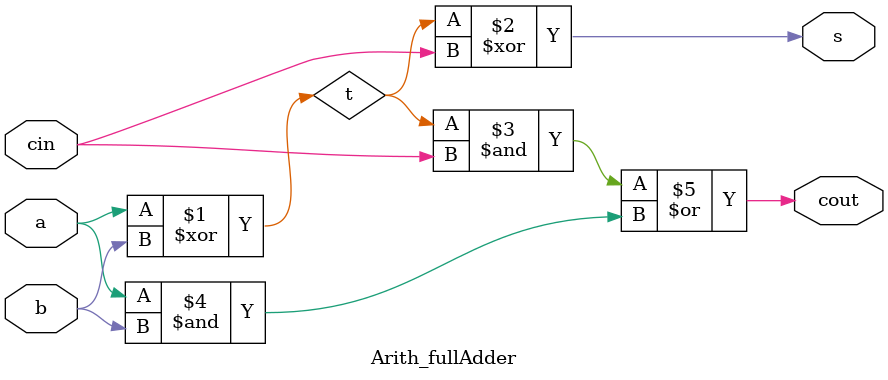
<source format=v>

`ifndef ARITH_FULLADDER_I
`define ARITH_FULLADDER_I

module Arith_fullAdder
	( input  a
	, input  b
	, input  cin
	, output s
	, output cout
	);

wire t;
assign t = a ^ b;
assign s = t ^ cin;
assign cout = (t & cin) | (a & b);

endmodule

`endif

</source>
